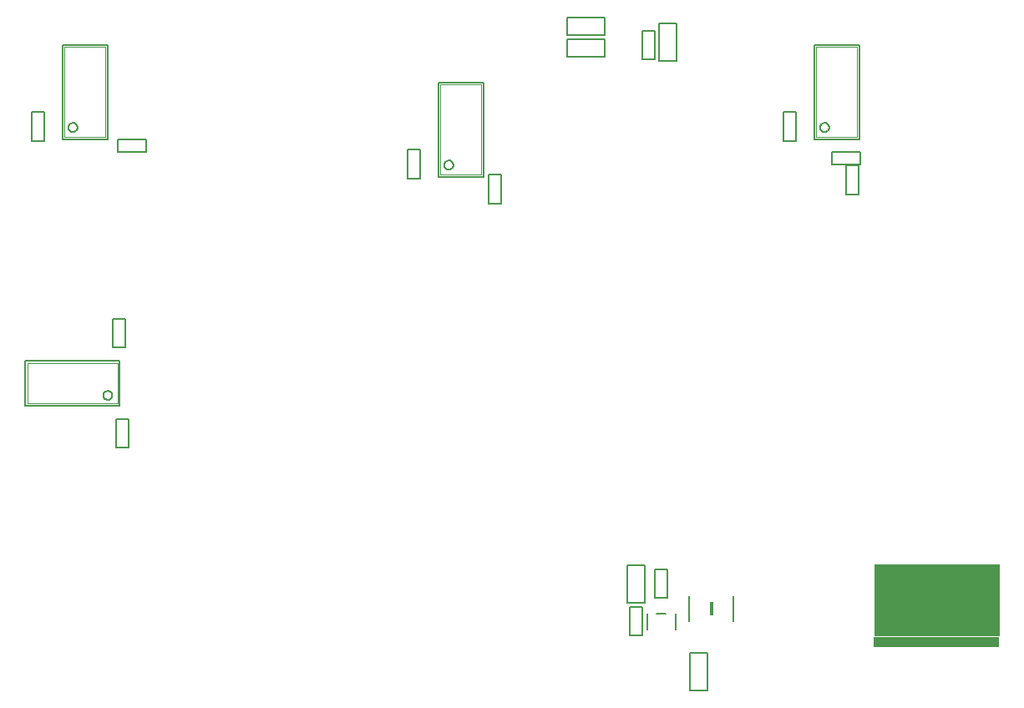
<source format=gbo>
G75*
G70*
%OFA0B0*%
%FSLAX24Y24*%
%IPPOS*%
%LPD*%
%AMOC8*
5,1,8,0,0,1.08239X$1,22.5*
%
%ADD10C,0.0080*%
%ADD11C,0.0050*%
%ADD12R,0.0158X0.0551*%
%ADD13C,0.0060*%
%ADD14C,0.0020*%
%ADD15R,0.5039X0.2913*%
%ADD16R,0.0039X0.0394*%
%ADD17R,0.5000X0.0394*%
D10*
X025975Y010480D02*
X026475Y010480D01*
X026475Y011630D01*
X025975Y011630D01*
X025975Y010480D01*
X025850Y014480D02*
X026350Y014480D01*
X026350Y015630D01*
X025850Y015630D01*
X025850Y014480D01*
X040850Y020230D02*
X041350Y020230D01*
X041350Y021380D01*
X040850Y021380D01*
X040850Y020230D01*
X038100Y021230D02*
X037600Y021230D01*
X037600Y022380D01*
X038100Y022380D01*
X038100Y021230D01*
X027175Y022305D02*
X027175Y022805D01*
X026025Y022805D01*
X026025Y022305D01*
X027175Y022305D01*
X023100Y022730D02*
X022600Y022730D01*
X022600Y023880D01*
X023100Y023880D01*
X023100Y022730D01*
X043975Y026080D02*
X043975Y026780D01*
X045475Y026780D01*
X045475Y026080D01*
X043975Y026080D01*
X043975Y026955D02*
X043975Y027655D01*
X045475Y027655D01*
X045475Y026955D01*
X043975Y026955D01*
X046975Y027130D02*
X046975Y025980D01*
X047475Y025980D01*
X047475Y027130D01*
X046975Y027130D01*
X047625Y027430D02*
X048325Y027430D01*
X048325Y025930D01*
X047625Y025930D01*
X047625Y027430D01*
X052600Y023880D02*
X052600Y022730D01*
X053100Y022730D01*
X053100Y023880D01*
X052600Y023880D01*
X054525Y022305D02*
X054525Y021805D01*
X055675Y021805D01*
X055675Y022305D01*
X054525Y022305D01*
X055100Y021755D02*
X055100Y020605D01*
X055600Y020605D01*
X055600Y021755D01*
X055100Y021755D01*
X047075Y005805D02*
X046375Y005805D01*
X046375Y004305D01*
X047075Y004305D01*
X047075Y005805D01*
X047475Y005630D02*
X047475Y004480D01*
X047975Y004480D01*
X047975Y005630D01*
X047475Y005630D01*
X046975Y004130D02*
X046475Y004130D01*
X046475Y002980D01*
X046975Y002980D01*
X046975Y004130D01*
X047154Y003870D02*
X047154Y003240D01*
X047548Y003870D02*
X047902Y003870D01*
X048296Y003870D02*
X048296Y003240D01*
X048875Y002305D02*
X048875Y000805D01*
X049575Y000805D01*
X049575Y002305D01*
X048875Y002305D01*
D11*
X048849Y003543D02*
X048849Y004567D01*
X050601Y004567D02*
X050601Y003543D01*
D12*
X049725Y004055D03*
D13*
X026111Y012156D02*
X026111Y013954D01*
X022339Y013954D01*
X022339Y012156D01*
X026111Y012156D01*
X025453Y012575D02*
X025455Y012601D01*
X025461Y012627D01*
X025470Y012651D01*
X025483Y012674D01*
X025499Y012695D01*
X025518Y012713D01*
X025539Y012729D01*
X025563Y012741D01*
X025587Y012749D01*
X025613Y012754D01*
X025640Y012755D01*
X025666Y012752D01*
X025691Y012745D01*
X025715Y012735D01*
X025738Y012721D01*
X025758Y012705D01*
X025775Y012685D01*
X025790Y012663D01*
X025801Y012639D01*
X025809Y012614D01*
X025813Y012588D01*
X025813Y012562D01*
X025809Y012536D01*
X025801Y012511D01*
X025790Y012487D01*
X025775Y012465D01*
X025758Y012445D01*
X025738Y012429D01*
X025715Y012415D01*
X025691Y012405D01*
X025666Y012398D01*
X025640Y012395D01*
X025613Y012396D01*
X025587Y012401D01*
X025563Y012409D01*
X025539Y012421D01*
X025518Y012437D01*
X025499Y012455D01*
X025483Y012476D01*
X025470Y012499D01*
X025461Y012523D01*
X025455Y012549D01*
X025453Y012575D01*
X038826Y021294D02*
X040624Y021294D01*
X040624Y025066D01*
X038826Y025066D01*
X038826Y021294D01*
X039065Y021772D02*
X039067Y021798D01*
X039073Y021824D01*
X039082Y021848D01*
X039095Y021871D01*
X039111Y021892D01*
X039130Y021910D01*
X039151Y021926D01*
X039175Y021938D01*
X039199Y021946D01*
X039225Y021951D01*
X039252Y021952D01*
X039278Y021949D01*
X039303Y021942D01*
X039327Y021932D01*
X039350Y021918D01*
X039370Y021902D01*
X039387Y021882D01*
X039402Y021860D01*
X039413Y021836D01*
X039421Y021811D01*
X039425Y021785D01*
X039425Y021759D01*
X039421Y021733D01*
X039413Y021708D01*
X039402Y021684D01*
X039387Y021662D01*
X039370Y021642D01*
X039350Y021626D01*
X039327Y021612D01*
X039303Y021602D01*
X039278Y021595D01*
X039252Y021592D01*
X039225Y021593D01*
X039199Y021598D01*
X039175Y021606D01*
X039151Y021618D01*
X039130Y021634D01*
X039111Y021652D01*
X039095Y021673D01*
X039082Y021696D01*
X039073Y021720D01*
X039067Y021746D01*
X039065Y021772D01*
X025624Y022794D02*
X025624Y026566D01*
X023826Y026566D01*
X023826Y022794D01*
X025624Y022794D01*
X024065Y023272D02*
X024067Y023298D01*
X024073Y023324D01*
X024082Y023348D01*
X024095Y023371D01*
X024111Y023392D01*
X024130Y023410D01*
X024151Y023426D01*
X024175Y023438D01*
X024199Y023446D01*
X024225Y023451D01*
X024252Y023452D01*
X024278Y023449D01*
X024303Y023442D01*
X024327Y023432D01*
X024350Y023418D01*
X024370Y023402D01*
X024387Y023382D01*
X024402Y023360D01*
X024413Y023336D01*
X024421Y023311D01*
X024425Y023285D01*
X024425Y023259D01*
X024421Y023233D01*
X024413Y023208D01*
X024402Y023184D01*
X024387Y023162D01*
X024370Y023142D01*
X024350Y023126D01*
X024327Y023112D01*
X024303Y023102D01*
X024278Y023095D01*
X024252Y023092D01*
X024225Y023093D01*
X024199Y023098D01*
X024175Y023106D01*
X024151Y023118D01*
X024130Y023134D01*
X024111Y023152D01*
X024095Y023173D01*
X024082Y023196D01*
X024073Y023220D01*
X024067Y023246D01*
X024065Y023272D01*
X053826Y022794D02*
X055624Y022794D01*
X055624Y026566D01*
X053826Y026566D01*
X053826Y022794D01*
X054065Y023272D02*
X054067Y023298D01*
X054073Y023324D01*
X054082Y023348D01*
X054095Y023371D01*
X054111Y023392D01*
X054130Y023410D01*
X054151Y023426D01*
X054175Y023438D01*
X054199Y023446D01*
X054225Y023451D01*
X054252Y023452D01*
X054278Y023449D01*
X054303Y023442D01*
X054327Y023432D01*
X054350Y023418D01*
X054370Y023402D01*
X054387Y023382D01*
X054402Y023360D01*
X054413Y023336D01*
X054421Y023311D01*
X054425Y023285D01*
X054425Y023259D01*
X054421Y023233D01*
X054413Y023208D01*
X054402Y023184D01*
X054387Y023162D01*
X054370Y023142D01*
X054350Y023126D01*
X054327Y023112D01*
X054303Y023102D01*
X054278Y023095D01*
X054252Y023092D01*
X054225Y023093D01*
X054199Y023098D01*
X054175Y023106D01*
X054151Y023118D01*
X054130Y023134D01*
X054111Y023152D01*
X054095Y023173D01*
X054082Y023196D01*
X054073Y023220D01*
X054067Y023246D01*
X054065Y023272D01*
D14*
X053916Y022884D02*
X055534Y022884D01*
X055534Y026476D01*
X053916Y026476D01*
X053916Y022884D01*
X040534Y021384D02*
X038916Y021384D01*
X038916Y024976D01*
X040534Y024976D01*
X040534Y021384D01*
X025534Y022884D02*
X023916Y022884D01*
X023916Y026476D01*
X025534Y026476D01*
X025534Y022884D01*
X026021Y013864D02*
X022429Y013864D01*
X022429Y012246D01*
X026021Y012246D01*
X026021Y013864D01*
D15*
X058725Y004383D03*
D16*
X061225Y002729D03*
D17*
X058705Y002729D03*
M02*

</source>
